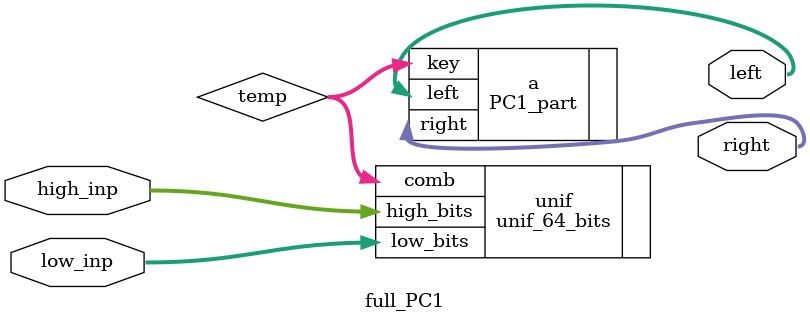
<source format=v>
`timescale 1ns / 1ps


module full_PC1(
    input [31:0] low_inp,
    input [31:0] high_inp,
    output [27:0] left,
    output [27:0] right
    );
    wire [63:0] temp;
    unif_64_bits unif(.low_bits(low_inp),.high_bits(high_inp),.comb(temp));
    PC1_part a(.key(temp),.right(right),.left(left));
    
endmodule

</source>
